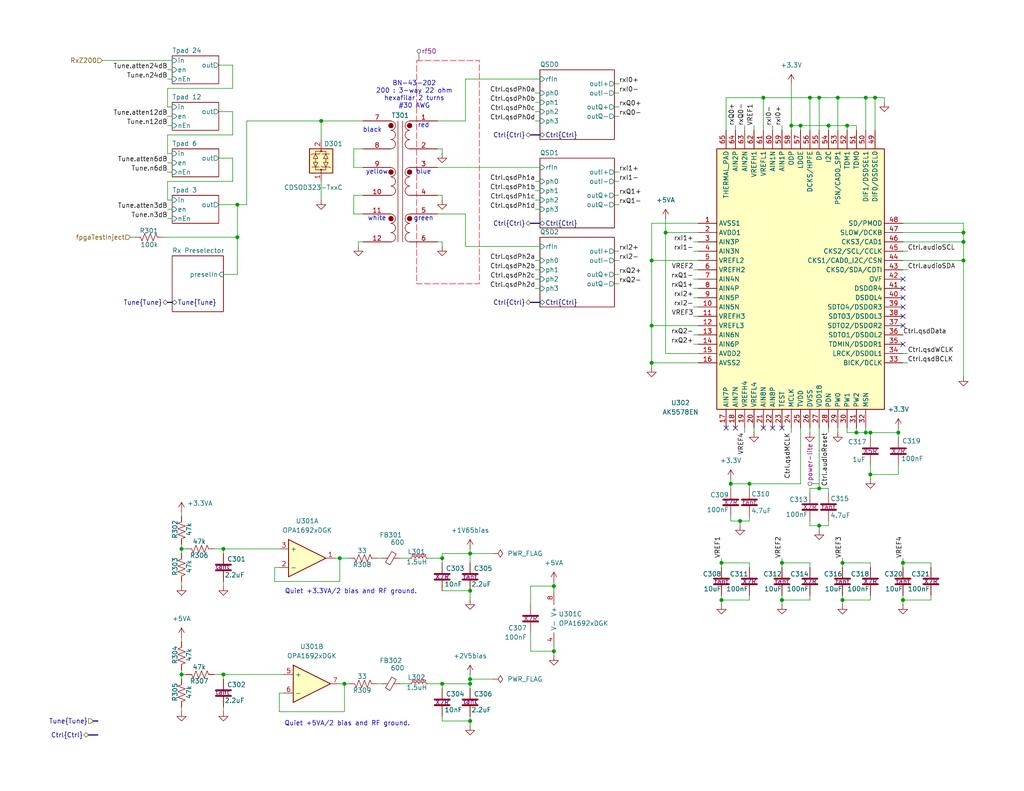
<source format=kicad_sch>
(kicad_sch (version 20250114) (generator "eeschema") (generator_version "9.0")
  (paper "USLetter")
  (title_block (title "Rx Front End") (date "2025-10-13") (company "WB7NAB") (comment 1 "Alan Mimms"))
  (text "green" (at 115.57 59.69 0) (effects (font (size 1.27 1.27))))
  (text "black" (at 101.6 35.56 0) (effects (font (size 1.27 1.27))))
  (text "white" (at 102.87 59.69 0) (effects (font (size 1.27 1.27))))
  (text "Quiet +3.3VA/2 bias and RF ground." (at 95.758 161.544 0) (effects (font (size 1.27 1.27))))
  (text "blue" (at 115.57 46.99 0) (effects (font (size 1.27 1.27))))
  (text "yellow" (at 102.87 46.99 0) (effects (font (size 1.27 1.27))))
  (text "red" (at 115.57 34.29 0) (effects (font (size 1.27 1.27))))
  (text "BN-43-202\n200 : 3-way 22 ohm\nhexafilar 2 turns\n#30 AWG" (at 113.03 25.908 0) (effects (font (size 1.27 1.27))))
  (text "Quiet +5VA/2 bias and RF ground." (at 94.742 197.612 0) (effects (font (size 1.27 1.27))))
  (junction (at 208.28 26.67))
  (junction (at 177.8 71.12))
  (junction (at 128.27 185.42))
  (junction (at 128.27 186.69))
  (junction (at 231.14 34.29))
  (junction (at 213.36 153.67))
  (junction (at 228.6 26.67))
  (junction (at 215.9 34.29))
  (junction (at 128.27 196.85))
  (junction (at 213.36 163.83))
  (junction (at 151.13 177.8))
  (junction (at 229.87 163.83))
  (junction (at 196.85 163.83))
  (junction (at 246.38 153.67))
  (junction (at 223.52 143.51))
  (junction (at 120.65 186.69))
  (junction (at 262.89 66.04))
  (junction (at 49.53 184.15))
  (junction (at 151.13 160.02))
  (junction (at 233.68 118.11))
  (junction (at 237.49 118.11))
  (junction (at 177.8 99.06))
  (junction (at 177.8 88.9))
  (junction (at 262.89 71.12))
  (junction (at 199.39 132.08))
  (junction (at 204.47 132.08))
  (junction (at 220.98 26.67))
  (junction (at 93.98 186.69))
  (junction (at 246.38 163.83))
  (junction (at 245.11 118.11))
  (junction (at 60.96 184.15))
  (junction (at 262.89 63.5))
  (junction (at 64.77 55.88))
  (junction (at 64.77 64.77))
  (junction (at 201.93 142.24))
  (junction (at 223.52 26.67))
  (junction (at 238.76 26.67))
  (junction (at 226.06 34.29))
  (junction (at 87.63 33.02))
  (junction (at 49.53 149.86))
  (junction (at 60.96 149.86))
  (junction (at 229.87 153.67))
  (junction (at 128.27 161.29))
  (junction (at 120.65 152.4))
  (junction (at 237.49 129.54))
  (junction (at 196.85 153.67))
  (junction (at 181.61 63.5))
  (junction (at 218.44 34.29))
  (junction (at 236.22 118.11))
  (junction (at 92.71 152.4))
  (junction (at 223.52 133.35))
  (junction (at 128.27 151.13))
  (junction (at 236.22 26.67))
  (no_connect (at 208.28 116.84))
  (no_connect (at 210.82 116.84))
  (no_connect (at 246.38 86.36))
  (no_connect (at 213.36 116.84))
  (no_connect (at 246.38 83.82))
  (no_connect (at 246.38 93.98))
  (no_connect (at 246.38 78.74))
  (no_connect (at 246.38 76.2))
  (no_connect (at 246.38 88.9))
  (no_connect (at 200.66 116.84))
  (no_connect (at 198.12 116.84))
  (no_connect (at 246.38 81.28))
  (wire (pts (xy 246.38 73.66) (xy 247.65 73.66)))
  (wire (pts (xy 167.64 77.47) (xy 168.91 77.47)))
  (wire (pts (xy 262.89 60.96) (xy 262.89 63.5)))
  (wire (pts (xy 245.11 118.11) (xy 237.49 118.11)))
  (wire (pts (xy 120.65 40.64) (xy 120.65 41.91)))
  (wire (pts (xy 49.53 149.86) (xy 49.53 151.13)))
  (wire (pts (xy 167.64 71.12) (xy 168.91 71.12)))
  (wire (pts (xy 226.06 143.51) (xy 223.52 143.51)))
  (wire (pts (xy 128.27 187.96) (xy 128.27 186.69)))
  (wire (pts (xy 144.78 165.1) (xy 144.78 160.02)))
  (wire (pts (xy 233.68 116.84) (xy 233.68 118.11)))
  (wire (pts (xy 208.28 26.67) (xy 198.12 26.67)))
  (wire (pts (xy 215.9 22.86) (xy 215.9 34.29)))
  (wire (pts (xy 49.53 193.04) (xy 49.53 194.31)))
  (wire (pts (xy 241.3 26.67) (xy 238.76 26.67)))
  (wire (pts (xy 233.68 34.29) (xy 231.14 34.29)))
  (wire (pts (xy 199.39 130.81) (xy 199.39 132.08)))
  (wire (pts (xy 198.12 26.67) (xy 198.12 35.56)))
  (wire (pts (xy 146.05 33.02) (xy 147.32 33.02)))
  (wire (pts (xy 220.98 143.51) (xy 220.98 142.24)))
  (wire (pts (xy 146.05 54.61) (xy 147.32 54.61)))
  (wire (pts (xy 63.5 24.13) (xy 45.72 24.13)))
  (wire (pts (xy 205.74 34.29) (xy 205.74 35.56)))
  (wire (pts (xy 167.64 22.86) (xy 168.91 22.86)))
  (wire (pts (xy 181.61 96.52) (xy 181.61 63.5)))
  (wire (pts (xy 99.06 40.64) (xy 96.52 40.64)))
  (wire (pts (xy 231.14 118.11) (xy 233.68 118.11)))
  (wire (pts (xy 45.72 19.05) (xy 46.99 19.05)))
  (wire (pts (xy 238.76 35.56) (xy 238.76 26.67)))
  (wire (pts (xy 233.68 35.56) (xy 233.68 34.29)))
  (wire (pts (xy 189.23 66.04) (xy 190.5 66.04)))
  (wire (pts (xy 196.85 163.83) (xy 204.47 163.83)))
  (wire (pts (xy 49.53 139.7) (xy 49.53 140.97)))
  (wire (pts (xy 246.38 163.83) (xy 254 163.83)))
  (wire (pts (xy 146.05 71.12) (xy 147.32 71.12)))
  (wire (pts (xy 246.38 60.96) (xy 262.89 60.96)))
  (wire (pts (xy 226.06 142.24) (xy 226.06 143.51)))
  (wire (pts (xy 146.05 78.74) (xy 147.32 78.74)))
  (wire (pts (xy 189.23 78.74) (xy 190.5 78.74)))
  (wire (pts (xy 87.63 33.02) (xy 99.06 33.02)))
  (wire (pts (xy 210.82 34.29) (xy 210.82 35.56)))
  (wire (pts (xy 181.61 63.5) (xy 181.61 59.69)))
  (wire (pts (xy 128.27 153.67) (xy 128.27 151.13)))
  (wire (pts (xy 236.22 26.67) (xy 228.6 26.67)))
  (wire (pts (xy 128.27 184.15) (xy 128.27 185.42)))
  (wire (pts (xy 228.6 116.84) (xy 228.6 118.11)))
  (wire (pts (xy 128.27 149.86) (xy 128.27 151.13)))
  (wire (pts (xy 190.5 71.12) (xy 177.8 71.12)))
  (wire (pts (xy 60.96 184.15) (xy 77.47 184.15)))
  (wire (pts (xy 64.77 55.88) (xy 64.77 64.77)))
  (wire (pts (xy 45.72 41.91) (xy 46.99 41.91)))
  (wire (pts (xy 196.85 152.4) (xy 196.85 153.67)))
  (wire (pts (xy 128.27 186.69) (xy 120.65 186.69)))
  (wire (pts (xy 213.36 153.67) (xy 220.98 153.67)))
  (wire (pts (xy 45.72 34.29) (xy 46.99 34.29)))
  (wire (pts (xy 167.64 68.58) (xy 168.91 68.58)))
  (wire (pts (xy 119.38 66.04) (xy 120.65 66.04)))
  (wire (pts (xy 226.06 34.29) (xy 231.14 34.29)))
  (wire (pts (xy 45.72 59.69) (xy 46.99 59.69)))
  (wire (pts (xy 236.22 116.84) (xy 236.22 118.11)))
  (wire (pts (xy 119.38 40.64) (xy 120.65 40.64)))
  (wire (pts (xy 151.13 176.53) (xy 151.13 177.8)))
  (wire (pts (xy 146.05 25.4) (xy 147.32 25.4)))
  (wire (pts (xy 223.52 133.35) (xy 220.98 133.35)))
  (wire (pts (xy 49.53 158.75) (xy 49.53 160.02)))
  (wire (pts (xy 167.64 29.21) (xy 168.91 29.21)))
  (wire (pts (xy 59.69 55.88) (xy 64.77 55.88)))
  (wire (pts (xy 246.38 71.12) (xy 262.89 71.12)))
  (wire (pts (xy 128.27 195.58) (xy 128.27 196.85)))
  (wire (pts (xy 74.93 154.94) (xy 76.2 154.94)))
  (wire (pts (xy 99.06 66.04) (xy 97.79 66.04)))
  (wire (pts (xy 218.44 116.84) (xy 218.44 132.08)))
  (wire (pts (xy 144.78 177.8) (xy 151.13 177.8)))
  (wire (pts (xy 63.5 49.53) (xy 45.72 49.53)))
  (wire (pts (xy 102.87 186.69) (xy 104.14 186.69)))
  (wire (pts (xy 119.38 45.72) (xy 147.32 45.72)))
  (wire (pts (xy 45.72 31.75) (xy 46.99 31.75)))
  (wire (pts (xy 60.96 158.75) (xy 60.96 160.02)))
  (wire (pts (xy 58.42 149.86) (xy 60.96 149.86)))
  (wire (pts (xy 99.06 53.34) (xy 96.52 53.34)))
  (wire (pts (xy 93.98 194.31) (xy 93.98 186.69)))
  (wire (pts (xy 119.38 58.42) (xy 127 58.42)))
  (wire (pts (xy 220.98 26.67) (xy 208.28 26.67)))
  (wire (pts (xy 213.36 153.67) (xy 213.36 154.94)))
  (wire (pts (xy 199.39 132.08) (xy 204.47 132.08)))
  (wire (pts (xy 196.85 162.56) (xy 196.85 163.83)))
  (wire (pts (xy 120.65 153.67) (xy 120.65 152.4)))
  (wire (pts (xy 59.69 17.78) (xy 63.5 17.78)))
  (wire (pts (xy 67.31 33.02) (xy 87.63 33.02)))
  (wire (pts (xy 102.87 152.4) (xy 104.14 152.4)))
  (wire (pts (xy 204.47 153.67) (xy 204.47 154.94)))
  (wire (pts (xy 204.47 140.97) (xy 204.47 142.24)))
  (wire (pts (xy 120.65 195.58) (xy 120.65 196.85)))
  (wire (pts (xy 189.23 81.28) (xy 190.5 81.28)))
  (wire (pts (xy 215.9 116.84) (xy 215.9 118.11)))
  (wire (pts (xy 64.77 64.77) (xy 64.77 74.93)))
  (wire (pts (xy 59.69 43.18) (xy 63.5 43.18)))
  (wire (pts (xy 237.49 118.11) (xy 237.49 119.38)))
  (wire (pts (xy 246.38 153.67) (xy 246.38 154.94)))
  (wire (pts (xy 87.63 33.02) (xy 87.63 38.1)))
  (wire (pts (xy 218.44 132.08) (xy 204.47 132.08)))
  (wire (pts (xy 246.38 63.5) (xy 262.89 63.5)))
  (wire (pts (xy 60.96 193.04) (xy 60.96 194.31)))
  (wire (pts (xy 167.64 74.93) (xy 168.91 74.93)))
  (wire (pts (xy 238.76 26.67) (xy 236.22 26.67)))
  (wire (pts (xy 127 33.02) (xy 127 21.59)))
  (wire (pts (xy 63.5 43.18) (xy 63.5 49.53)))
  (wire (pts (xy 236.22 26.67) (xy 236.22 35.56)))
  (wire (pts (xy 60.96 149.86) (xy 76.2 149.86)))
  (wire (pts (xy 237.49 153.67) (xy 237.49 154.94)))
  (wire (pts (xy 167.64 46.99) (xy 168.91 46.99)))
  (wire (pts (xy 229.87 163.83) (xy 237.49 163.83)))
  (wire (pts (xy 60.96 74.93) (xy 64.77 74.93)))
  (wire (pts (xy 92.71 152.4) (xy 95.25 152.4)))
  (wire (pts (xy 76.2 189.23) (xy 76.2 194.31)))
  (wire (pts (xy 189.23 93.98) (xy 190.5 93.98)))
  (wire (pts (xy 116.84 152.4) (xy 120.65 152.4)))
  (wire (pts (xy 120.65 187.96) (xy 120.65 186.69)))
  (wire (pts (xy 45.72 54.61) (xy 46.99 54.61)))
  (wire (pts (xy 181.61 63.5) (xy 190.5 63.5)))
  (bus (pts (xy 144.78 36.83) (xy 147.32 36.83)))
  (wire (pts (xy 128.27 196.85) (xy 120.65 196.85)))
  (wire (pts (xy 128.27 151.13) (xy 120.65 151.13)))
  (wire (pts (xy 144.78 160.02) (xy 151.13 160.02)))
  (wire (pts (xy 201.93 142.24) (xy 199.39 142.24)))
  (wire (pts (xy 220.98 162.56) (xy 220.98 163.83)))
  (wire (pts (xy 246.38 99.06) (xy 247.65 99.06)))
  (wire (pts (xy 167.64 49.53) (xy 168.91 49.53)))
  (wire (pts (xy 177.8 88.9) (xy 177.8 99.06)))
  (wire (pts (xy 128.27 163.83) (xy 128.27 161.29)))
  (wire (pts (xy 231.14 35.56) (xy 231.14 34.29)))
  (wire (pts (xy 96.52 58.42) (xy 99.06 58.42)))
  (wire (pts (xy 49.53 184.15) (xy 50.8 184.15)))
  (wire (pts (xy 96.52 45.72) (xy 99.06 45.72)))
  (wire (pts (xy 59.69 30.48) (xy 63.5 30.48)))
  (wire (pts (xy 120.65 66.04) (xy 120.65 67.31)))
  (bus (pts (xy 144.78 82.55) (xy 147.32 82.55)))
  (wire (pts (xy 128.27 185.42) (xy 128.27 186.69)))
  (wire (pts (xy 96.52 53.34) (xy 96.52 58.42)))
  (wire (pts (xy 76.2 194.31) (xy 93.98 194.31)))
  (wire (pts (xy 49.53 184.15) (xy 49.53 185.42)))
  (wire (pts (xy 63.5 17.78) (xy 63.5 24.13)))
  (wire (pts (xy 146.05 52.07) (xy 147.32 52.07)))
  (wire (pts (xy 226.06 34.29) (xy 226.06 35.56)))
  (wire (pts (xy 229.87 163.83) (xy 229.87 165.1)))
  (wire (pts (xy 229.87 162.56) (xy 229.87 163.83)))
  (wire (pts (xy 77.47 189.23) (xy 76.2 189.23)))
  (wire (pts (xy 237.49 127) (xy 237.49 129.54)))
  (wire (pts (xy 231.14 116.84) (xy 231.14 118.11)))
  (wire (pts (xy 226.06 133.35) (xy 223.52 133.35)))
  (wire (pts (xy 27.94 16.51) (xy 46.99 16.51)))
  (wire (pts (xy 120.65 53.34) (xy 120.65 54.61)))
  (wire (pts (xy 181.61 96.52) (xy 190.5 96.52)))
  (wire (pts (xy 245.11 116.84) (xy 245.11 118.11)))
  (wire (pts (xy 49.53 149.86) (xy 50.8 149.86)))
  (wire (pts (xy 67.31 33.02) (xy 67.31 55.88)))
  (wire (pts (xy 63.5 30.48) (xy 63.5 36.83)))
  (wire (pts (xy 92.71 152.4) (xy 92.71 158.75)))
  (wire (pts (xy 213.36 162.56) (xy 213.36 163.83)))
  (wire (pts (xy 218.44 34.29) (xy 226.06 34.29)))
  (wire (pts (xy 237.49 118.11) (xy 236.22 118.11)))
  (wire (pts (xy 167.64 25.4) (xy 168.91 25.4)))
  (wire (pts (xy 213.36 152.4) (xy 213.36 153.67)))
  (wire (pts (xy 241.3 27.94) (xy 241.3 26.67)))
  (wire (pts (xy 127 67.31) (xy 127 58.42)))
  (wire (pts (xy 189.23 83.82) (xy 190.5 83.82)))
  (wire (pts (xy 246.38 162.56) (xy 246.38 163.83)))
  (wire (pts (xy 237.49 129.54) (xy 245.11 129.54)))
  (wire (pts (xy 144.78 172.72) (xy 144.78 177.8)))
  (wire (pts (xy 190.5 99.06) (xy 177.8 99.06)))
  (wire (pts (xy 45.72 21.59) (xy 46.99 21.59)))
  (wire (pts (xy 177.8 88.9) (xy 190.5 88.9)))
  (wire (pts (xy 237.49 162.56) (xy 237.49 163.83)))
  (wire (pts (xy 97.79 66.04) (xy 97.79 67.31)))
  (wire (pts (xy 229.87 153.67) (xy 237.49 153.67)))
  (wire (pts (xy 93.98 186.69) (xy 95.25 186.69)))
  (wire (pts (xy 213.36 163.83) (xy 220.98 163.83)))
  (wire (pts (xy 220.98 133.35) (xy 220.98 134.62)))
  (wire (pts (xy 223.52 143.51) (xy 220.98 143.51)))
  (wire (pts (xy 196.85 153.67) (xy 204.47 153.67)))
  (wire (pts (xy 233.68 118.11) (xy 236.22 118.11)))
  (wire (pts (xy 237.49 129.54) (xy 237.49 130.81)))
  (wire (pts (xy 146.05 57.15) (xy 147.32 57.15)))
  (wire (pts (xy 262.89 71.12) (xy 262.89 102.87)))
  (wire (pts (xy 151.13 158.75) (xy 151.13 160.02)))
  (wire (pts (xy 213.36 34.29) (xy 213.36 35.56)))
  (wire (pts (xy 189.23 86.36) (xy 190.5 86.36)))
  (wire (pts (xy 246.38 152.4) (xy 246.38 153.67)))
  (wire (pts (xy 226.06 116.84) (xy 226.06 118.11)))
  (wire (pts (xy 146.05 27.94) (xy 147.32 27.94)))
  (wire (pts (xy 189.23 91.44) (xy 190.5 91.44)))
  (wire (pts (xy 151.13 177.8) (xy 151.13 179.07)))
  (wire (pts (xy 167.64 55.88) (xy 168.91 55.88)))
  (wire (pts (xy 116.84 186.69) (xy 120.65 186.69)))
  (wire (pts (xy 246.38 66.04) (xy 262.89 66.04)))
  (wire (pts (xy 208.28 35.56) (xy 208.28 26.67)))
  (wire (pts (xy 146.05 76.2) (xy 147.32 76.2)))
  (wire (pts (xy 35.56 64.77) (xy 36.83 64.77)))
  (wire (pts (xy 45.72 49.53) (xy 45.72 54.61)))
  (wire (pts (xy 246.38 163.83) (xy 246.38 165.1)))
  (wire (pts (xy 49.53 182.88) (xy 49.53 184.15)))
  (wire (pts (xy 109.22 152.4) (xy 111.76 152.4)))
  (wire (pts (xy 177.8 99.06) (xy 177.8 100.33)))
  (wire (pts (xy 45.72 29.21) (xy 46.99 29.21)))
  (wire (pts (xy 91.44 152.4) (xy 92.71 152.4)))
  (wire (pts (xy 128.27 198.12) (xy 128.27 196.85)))
  (wire (pts (xy 45.72 57.15) (xy 46.99 57.15)))
  (wire (pts (xy 177.8 60.96) (xy 190.5 60.96)))
  (wire (pts (xy 189.23 76.2) (xy 190.5 76.2)))
  (bus (pts (xy 24.13 200.66) (xy 26.67 200.66)))
  (wire (pts (xy 220.98 26.67) (xy 220.98 35.56)))
  (wire (pts (xy 246.38 68.58) (xy 247.65 68.58)))
  (wire (pts (xy 177.8 71.12) (xy 177.8 88.9)))
  (wire (pts (xy 63.5 36.83) (xy 45.72 36.83)))
  (wire (pts (xy 58.42 184.15) (xy 60.96 184.15)))
  (wire (pts (xy 128.27 151.13) (xy 134.62 151.13)))
  (wire (pts (xy 199.39 142.24) (xy 199.39 140.97)))
  (wire (pts (xy 229.87 152.4) (xy 229.87 153.67)))
  (wire (pts (xy 223.52 116.84) (xy 223.52 133.35)))
  (wire (pts (xy 60.96 149.86) (xy 60.96 151.13)))
  (wire (pts (xy 45.72 36.83) (xy 45.72 41.91)))
  (wire (pts (xy 220.98 153.67) (xy 220.98 154.94)))
  (bus (pts (xy 144.78 60.96) (xy 147.32 60.96)))
  (wire (pts (xy 215.9 34.29) (xy 218.44 34.29)))
  (wire (pts (xy 44.45 64.77) (xy 64.77 64.77)))
  (wire (pts (xy 128.27 185.42) (xy 134.62 185.42)))
  (wire (pts (xy 120.65 152.4) (xy 120.65 151.13)))
  (wire (pts (xy 215.9 34.29) (xy 215.9 35.56)))
  (wire (pts (xy 119.38 53.34) (xy 120.65 53.34)))
  (wire (pts (xy 229.87 153.67) (xy 229.87 154.94)))
  (wire (pts (xy 254 162.56) (xy 254 163.83)))
  (wire (pts (xy 49.53 173.99) (xy 49.53 175.26)))
  (wire (pts (xy 189.23 68.58) (xy 190.5 68.58)))
  (bus (pts (xy 25.4 196.85) (xy 26.67 196.85)))
  (wire (pts (xy 167.64 53.34) (xy 168.91 53.34)))
  (wire (pts (xy 223.52 26.67) (xy 223.52 35.56)))
  (wire (pts (xy 226.06 134.62) (xy 226.06 133.35)))
  (wire (pts (xy 203.2 34.29) (xy 203.2 35.56)))
  (wire (pts (xy 119.38 33.02) (xy 127 33.02)))
  (wire (pts (xy 146.05 30.48) (xy 147.32 30.48)))
  (wire (pts (xy 223.52 144.78) (xy 223.52 143.51)))
  (wire (pts (xy 220.98 116.84) (xy 220.98 118.11)))
  (wire (pts (xy 246.38 153.67) (xy 254 153.67)))
  (wire (pts (xy 92.71 158.75) (xy 74.93 158.75)))
  (wire (pts (xy 196.85 153.67) (xy 196.85 154.94)))
  (wire (pts (xy 109.22 186.69) (xy 111.76 186.69)))
  (wire (pts (xy 262.89 66.04) (xy 262.89 71.12)))
  (wire (pts (xy 196.85 163.83) (xy 196.85 165.1)))
  (wire (pts (xy 74.93 158.75) (xy 74.93 154.94)))
  (wire (pts (xy 177.8 60.96) (xy 177.8 71.12)))
  (wire (pts (xy 151.13 160.02) (xy 151.13 161.29)))
  (wire (pts (xy 246.38 96.52) (xy 247.65 96.52)))
  (wire (pts (xy 204.47 133.35) (xy 204.47 132.08)))
  (wire (pts (xy 127 21.59) (xy 147.32 21.59)))
  (wire (pts (xy 205.74 116.84) (xy 205.74 118.11)))
  (wire (pts (xy 128.27 161.29) (xy 120.65 161.29)))
  (wire (pts (xy 45.72 46.99) (xy 46.99 46.99)))
  (wire (pts (xy 87.63 49.53) (xy 87.63 54.61)))
  (wire (pts (xy 146.05 49.53) (xy 147.32 49.53)))
  (wire (pts (xy 254 153.67) (xy 254 154.94)))
  (wire (pts (xy 45.72 44.45) (xy 46.99 44.45)))
  (wire (pts (xy 204.47 142.24) (xy 201.93 142.24)))
  (wire (pts (xy 127 67.31) (xy 147.32 67.31)))
  (wire (pts (xy 45.72 24.13) (xy 45.72 29.21)))
  (wire (pts (xy 200.66 34.29) (xy 200.66 35.56)))
  (wire (pts (xy 245.11 118.11) (xy 245.11 119.38)))
  (wire (pts (xy 67.31 55.88) (xy 64.77 55.88)))
  (wire (pts (xy 146.05 73.66) (xy 147.32 73.66)))
  (wire (pts (xy 204.47 162.56) (xy 204.47 163.83)))
  (wire (pts (xy 201.93 143.51) (xy 201.93 142.24)))
  (wire (pts (xy 228.6 26.67) (xy 228.6 35.56)))
  (wire (pts (xy 49.53 149.86) (xy 49.53 148.59)))
  (wire (pts (xy 223.52 26.67) (xy 228.6 26.67)))
  (bus (pts (xy 45.72 82.55) (xy 46.99 82.55)))
  (wire (pts (xy 60.96 184.15) (xy 60.96 185.42)))
  (wire (pts (xy 199.39 132.08) (xy 199.39 133.35)))
  (wire (pts (xy 96.52 40.64) (xy 96.52 45.72)))
  (wire (pts (xy 218.44 34.29) (xy 218.44 35.56)))
  (wire (pts (xy 220.98 26.67) (xy 223.52 26.67)))
  (wire (pts (xy 189.23 73.66) (xy 190.5 73.66)))
  (wire (pts (xy 167.64 31.75) (xy 168.91 31.75)))
  (wire (pts (xy 245.11 129.54) (xy 245.11 127)))
  (wire (pts (xy 93.98 186.69) (xy 92.71 186.69)))
  (wire (pts (xy 262.89 63.5) (xy 262.89 66.04)))
  (wire (pts (xy 203.2 116.84) (xy 203.2 118.11)))
  (wire (pts (xy 213.36 163.83) (xy 213.36 165.1)))
  (label "rxI1+" (at 189.23 66.04 180))
  (label "rxQ2-" (at 189.23 91.44 180))
  (label "Ctrl.qsdPh0a" (at 146.05 25.4 180))
  (label "Ctrl.audioSCL" (at 247.65 68.58 0))
  (label "Tune.atten3dB" (at 45.72 57.15 180))
  (label "rxQ2-" (at 168.91 77.47 0))
  (label "Tune.n6dB" (at 45.72 46.99 180))
  (label "VREF1" (at 205.74 34.29 90))
  (label "Ctrl.qsdPh1b" (at 146.05 52.07 180))
  (label "rxQ0+" (at 168.91 29.21 0))
  (label "rxI2-" (at 189.23 83.82 180))
  (label "VREF3" (at 229.87 152.4 90))
  (label "Ctrl.audioReset" (at 226.06 118.11 270))
  (label "Tune.atten12dB" (at 45.72 31.75 180))
  (label "Tune.n12dB" (at 45.72 34.29 180))
  (label "Tune.atten24dB" (at 45.72 19.05 180))
  (label "Tune.n24dB" (at 45.72 21.59 180))
  (label "Ctrl.qsdPh1d" (at 146.05 57.15 180))
  (label "VREF2" (at 189.23 73.66 180))
  (label "rxQ0-" (at 168.91 31.75 0))
  (label "rxI2+" (at 168.91 68.58 0))
  (label "VREF4" (at 246.38 152.4 90))
  (label "rxI1-" (at 168.91 49.53 0))
  (label "Ctrl.qsdMCLK" (at 215.9 118.11 270))
  (label "Ctrl.qsdPh2a" (at 146.05 71.12 180))
  (label "Ctrl.qsdPh0d" (at 146.05 33.02 180))
  (label "Ctrl.qsdBCLK" (at 247.65 99.06 0))
  (label "Tune.n3dB" (at 45.72 59.69 180))
  (label "rxI0+" (at 213.36 34.29 90))
  (label "Tune.atten6dB" (at 45.72 44.45 180))
  (label "Ctrl.qsdPh2d" (at 146.05 78.74 180))
  (label "rxI1-" (at 189.23 68.58 180))
  (label "rxI1+" (at 168.91 46.99 0))
  (label "rxI0+" (at 168.91 22.86 0))
  (label "Ctrl.qsdData" (at 246.38 91.44 0))
  (label "rxI2-" (at 168.91 71.12 0))
  (label "VREF3" (at 189.23 86.36 180))
  (label "Ctrl.qsdPh0b" (at 146.05 27.94 180))
  (label "VREF2" (at 213.36 152.4 90))
  (label "rxQ0-" (at 203.2 34.29 90))
  (label "Ctrl.qsdPh1a" (at 146.05 49.53 180))
  (label "rxQ2+" (at 189.23 93.98 180))
  (label "rxQ1+" (at 168.91 53.34 0))
  (label "VREF4" (at 203.2 118.11 270))
  (label "rxQ2+" (at 168.91 74.93 0))
  (label "rxI2+" (at 189.23 81.28 180))
  (label "rxQ1+" (at 189.23 78.74 180))
  (label "rxI0-" (at 210.82 34.29 90))
  (label "rxI0-" (at 168.91 25.4 0))
  (label "rxQ1-" (at 189.23 76.2 180))
  (label "Ctrl.audioSDA" (at 247.65 73.66 0))
  (label "VREF1" (at 196.85 152.4 90))
  (label "Ctrl.qsdPh0c" (at 146.05 30.48 180))
  (label "Ctrl.qsdPh2b" (at 146.05 73.66 180))
  (label "Ctrl.qsdWCLK" (at 247.65 96.52 0))
  (label "Ctrl.qsdPh1c" (at 146.05 54.61 180))
  (label "rxQ0+" (at 200.66 34.29 90))
  (label "rxQ1-" (at 168.91 55.88 0))
  (label "Ctrl.qsdPh2c" (at 146.05 76.2 180))
  (hierarchical_label "Ctrl{Ctrl}" (shape bidirectional) (at 144.78 60.96 180))
  (hierarchical_label "Ctrl{Ctrl}" (shape bidirectional) (at 144.78 36.83 180))
  (hierarchical_label "Tune{Tune}" (shape input) (at 25.4 196.85 180))
  (hierarchical_label "fpgaTestInject" (shape input) (at 35.56 64.77 180))
  (hierarchical_label "RxZ200" (shape input) (at 27.94 16.51 180))
  (hierarchical_label "Ctrl{Ctrl}" (shape bidirectional) (at 24.13 200.66 180))
  (hierarchical_label "Tune{Tune}" (shape bidirectional) (at 45.72 82.55 180))
  (hierarchical_label "Ctrl{Ctrl}" (shape bidirectional) (at 144.78 82.55 180))
  (rule_area (polyline (pts (xy 113.665 16.51) (xy 130.81 16.51) (xy 130.81 77.47) (xy 113.665 77.47)) (stroke (width 0) (type dash))))
  (netclass_flag "" (length 2.54) (shape round) (at 223.52 132.08 90) (property "Netclass" "power-lite" (at 220.98 131.3815 90) (effects (justify left))))
  (netclass_flag "" (length 2.54) (shape round) (at 114.3 16.51 0) (property "Netclass" "rf50" (at 114.9985 13.97 0) (effects (justify left))))
  (symbol (lib_id "power:GND") (at 213.36 165.1 0) (unit 1)
    (property "Reference" "#PWR0324" (effects (hide yes)))
    (property "Value" "GND" (effects (hide yes)))
    (property "Description" "Power symbol creates a global label with name \"GND\" , ground" (effects (hide yes)))
  )
  (symbol (lib_id "power:GND") (at 151.13 179.07 0) (unit 1)
    (property "Reference" "#PWR0317" (effects (hide yes)))
    (property "Value" "GND" (effects (hide yes)))
    (property "Description" "Power symbol creates a global label with name \"GND\" , ground" (effects (hide yes)))
  )
  (symbol (lib_id "Device:C") (at 246.38 158.75 0) (mirror y) (unit 1)
    (property "Reference" "C320" (at 246.38 156.718 0) (effects (justify left)))
    (property "Value" "10uF" (at 246.38 160.782 0) (effects (justify left)))
    (property "Footprint" "Capacitor_SMD:C_0805_2012Metric" (effects (hide yes)))
    (property "Description" "Unpolarized capacitor" (effects (hide yes)))
    (property "cap-type" "tant" (at 246.38 158.75 0))
    (property "working-voltage" "50V" (effects (hide yes)))
    (property "Manufacturer_Name" "Kyocera AVX" (effects (hide yes)))
    (property "Manufacturer_Part_Number" "TAJD106K050RNJ" (effects (hide yes)))
    (property "Mouser Part Number" "581-TAJD106K050R" (effects (hide yes)))
  )
  (symbol (lib_id "power:GND") (at 228.6 118.11 0) (unit 1)
    (property "Reference" "#PWR0328" (effects (hide yes)))
    (property "Value" "GND" (effects (hide yes)))
    (property "Description" "Power symbol creates a global label with name \"GND\" , ground" (effects (hide yes)))
  )
  (symbol (lib_id "power:GND") (at 177.8 100.33 0) (unit 1)
    (property "Reference" "#PWR0318" (effects (hide yes)))
    (property "Value" "GND" (effects (hide yes)))
    (property "Description" "Power symbol creates a global label with name \"GND\" , ground" (effects (hide yes)))
  )
  (symbol (lib_id "power:GND") (at 60.96 160.02 0) (unit 1)
    (property "Reference" "#PWR0305" (effects (hide yes)))
    (property "Value" "GND" (effects (hide yes)))
    (property "Description" "Power symbol creates a global label with name \"GND\" , ground" (effects (hide yes)))
  )
  (symbol (lib_id "Amplifier_Operational:OPA1692xDGK") (at 85.09 186.69 0) (unit 2)
    (property "Reference" "U301" (at 85.09 176.53 0))
    (property "Value" "OPA1692xDGK" (at 85.09 179.07 0))
    (property "Footprint" "Package_SO:VSSOP-8_3x3mm_P0.65mm" (effects (hide yes)))
    (property "Datasheet" "https://www.ti.com/lit/ds/symlink/opa1692.pdf" (effects (hide yes)))
    (property "Description" "Dual SoundPlus Low Power, Low Noise & Low Distortion Audio Operational Amplifiers, VSSOP-8" (effects (hide yes)))
  )
  (symbol (lib_id "Library:CDSOD323-TxxC") (at 87.63 43.815 0) (unit 1)
    (property "Reference" "D301" (at 88.392 39.243 0) (effects (justify left)))
    (property "Value" "CDSOD323-TxxC" (at 77.47 51.181 0) (effects (justify left)))
    (property "Footprint" "Diode_SMD:D_SOD-323" (effects (hide yes)))
    (property "Datasheet" "https://www.mouser.com/datasheet/3/40/1/cdsod323_txxc.pdf" (effects (hide yes)))
    (property "Description" "ESD Protection Diodes / TVS Diodes TVS Diode xx VOLT" (effects (hide yes)))
  )
  (symbol (lib_id "Device:C") (at 204.47 137.16 180) (unit 1)
    (property "Reference" "C310" (at 204.978 134.874 0) (effects (justify right)))
    (property "Value" "4.7uF" (at 204.978 139.446 0) (effects (justify right)))
    (property "Footprint" "Capacitor_SMD:C_0805_2012Metric" (effects (hide yes)))
    (property "Description" "Unpolarized capacitor" (effects (hide yes)))
    (property "working-voltage" "10V" (effects (hide yes)))
    (property "cap-type" "tant" (at 204.47 137.16 0))
    (property "Manufacturer_Name" "Vishay/Sprague" (effects (hide yes)))
    (property "Manufacturer_Part_Number" "298D475X9010M2T" (effects (hide yes)))
    (property "Mouser Part Number" "74-298D475X9010M2T" (effects (hide yes)))
  )
  (symbol (lib_id "power:+3.3V") (at 245.11 116.84 0) (unit 1)
    (property "Reference" "#PWR0332" (effects (hide yes)))
    (property "Value" "+3.3V" (at 245.11 111.76 0))
    (property "Description" "Power symbol creates a global label with name \"+3.3V\"" (effects (hide yes)))
  )
  (symbol (lib_id "Device:L_Ferrite_Small") (at 114.3 152.4 90) (unit 1)
    (property "Reference" "L301" (at 116.078 150.622 90) (effects (justify left)))
    (property "Value" "1.5uH" (at 116.586 153.416 90) (effects (justify left)))
    (property "Footprint" "Inductor_SMD:L_1210_3225Metric" (effects (hide yes)))
    (property "Description" "Inductor with ferrite core, small symbol" (effects (hide yes)))
    (property "MF" "TDK" (effects (hide yes)))
    (property "MP" "NLV32T-1R5J-EF" (effects (hide yes)))
    (property "Mouser-part-number" "810-NLV32T-1R5J-EF" (effects (hide yes)))
  )
  (symbol (lib_id "Amplifier_Operational:OPA1692xDGK") (at 153.67 168.91 0) (unit 3)
    (property "Reference" "U301" (at 152.4 167.6399 0) (effects (justify left)))
    (property "Value" "OPA1692xDGK" (at 152.4 170.1799 0) (effects (justify left)))
    (property "Footprint" "Package_SO:VSSOP-8_3x3mm_P0.65mm" (effects (hide yes)))
    (property "Datasheet" "https://www.ti.com/lit/ds/symlink/opa1692.pdf" (effects (hide yes)))
    (property "Description" "Dual SoundPlus Low Power, Low Noise & Low Distortion Audio Operational Amplifiers, VSSOP-8" (effects (hide yes)))
  )
  (symbol (lib_id "Library:AK5578EN") (at 190.5 60.96 0) (unit 1)
    (property "Reference" "U302" (at 185.674 109.982 0))
    (property "Value" "AK5578EN" (at 185.674 112.522 0))
    (property "Footprint" "Library:QFN50P900X900X100-65N" (effects (hide yes)))
    (property "Datasheet" "https://datasheet.datasheetarchive.com/originals/distributors/DKDS-11/203905.pdf" (effects (hide yes)))
    (property "Description" "PREMIUM ADC GEN3 32BIT 768KHZ 12" (effects (hide yes)))
    (property "Height" "1" (effects (hide yes)))
    (property "Mouser Part Number" "412-AK5578EN" (effects (hide yes)))
    (property "Mouser Price/Stock" "https://www.mouser.co.uk/ProductDetail/Asahi-Kasei-Microdevices/AK5578EN?qs=vvQtp7zwQdM7H1iCPGIZ0A%3D%3D" (effects (hide yes)))
    (property "Manufacturer_Name" "Asahi Kasei Microdevices" (effects (hide yes)))
    (property "Manufacturer_Part_Number" "AK5578EN" (effects (hide yes)))
  )
  (symbol (lib_id "power:GND") (at 246.38 165.1 0) (unit 1)
    (property "Reference" "#PWR0333" (effects (hide yes)))
    (property "Value" "GND" (effects (hide yes)))
    (property "Description" "Power symbol creates a global label with name \"GND\" , ground" (effects (hide yes)))
  )
  (symbol (lib_id "power:PWR_FLAG") (at 134.62 185.42 270) (unit 1)
    (property "Reference" "#FLG0302" (effects (hide yes)))
    (property "Value" "PWR_FLAG" (at 138.43 185.4199 90) (effects (justify left)))
    (property "Description" "Special symbol for telling ERC where power comes from" (effects (hide yes)))
  )
  (symbol (lib_id "power:GND") (at 120.65 41.91 0) (mirror y) (unit 1)
    (property "Reference" "#PWR0309" (effects (hide yes)))
    (property "Value" "GND" (effects (hide yes)))
    (property "Description" "Power symbol creates a global label with name \"GND\" , ground" (effects (hide yes)))
  )
  (symbol (lib_id "Device:R_US") (at 54.61 149.86 270) (mirror x) (unit 1)
    (property "Reference" "R306" (at 54.356 151.638 90))
    (property "Value" "47k" (at 54.356 147.828 90))
    (property "Footprint" "Resistor_SMD:R_0402_1005Metric" (effects (hide yes)))
    (property "Description" "Resistor, US symbol" (effects (hide yes)))
  )
  (symbol (lib_id "Device:C") (at 245.11 123.19 0) (unit 1)
    (property "Reference" "C319" (at 246.126 120.396 0) (effects (justify left)))
    (property "Value" "100nF" (at 245.872 125.222 0) (effects (justify left)))
    (property "Footprint" "Capacitor_SMD:C_0603_1608Metric" (effects (hide yes)))
    (property "Description" "Unpolarized capacitor" (effects (hide yes)))
    (property "cap-type" "X7R" (at 245.11 123.19 0))
    (property "working-voltage" "50V" (effects (hide yes)))
    (property "Manufacturer_Name" "Kemet" (effects (hide yes)))
    (property "Manufacturer_Part_Number" "C0805F104K1RACAUTO" (effects (hide yes)))
    (property "Mouser Part Number" "80-C0805F104K1RAUTO" (effects (hide yes)))
  )
  (symbol (lib_id "power:GND") (at 241.3 27.94 0) (unit 1)
    (property "Reference" "#PWR0331" (effects (hide yes)))
    (property "Value" "GND" (effects (hide yes)))
    (property "Description" "Power symbol creates a global label with name \"GND\" , ground" (effects (hide yes)))
  )
  (symbol (lib_id "Device:R_US") (at 99.06 152.4 270) (mirror x) (unit 1)
    (property "Reference" "R308" (at 98.806 154.178 90))
    (property "Value" "33" (at 98.806 150.368 90))
    (property "Footprint" "Resistor_SMD:R_0402_1005Metric" (effects (hide yes)))
    (property "Description" "Resistor, US symbol" (effects (hide yes)))
  )
  (symbol (lib_id "Device:R_US") (at 49.53 144.78 0) (mirror x) (unit 1)
    (property "Reference" "R302" (at 47.752 144.526 90))
    (property "Value" "47k" (at 51.562 144.526 90))
    (property "Footprint" "Resistor_SMD:R_0402_1005Metric" (effects (hide yes)))
    (property "Description" "Resistor, US symbol" (effects (hide yes)))
  )
  (symbol (lib_id "Device:C") (at 60.96 189.23 0) (mirror y) (unit 1)
    (property "Reference" "C302" (at 64.516 186.944 0))
    (property "Value" "2.2uF" (at 64.008 191.262 0))
    (property "Footprint" "Capacitor_SMD:C_0805_2012Metric" (effects (hide yes)))
    (property "Description" "Unpolarized capacitor" (effects (hide yes)))
    (property "cap-type" "tant" (at 60.706 188.976 0))
    (property "working-voltage" "20V" (effects (hide yes)))
    (property "Manufacturer_Name" "Vishay/Sprague" (effects (hide yes)))
    (property "Manufacturer_Part_Number" "TMCP1D225MTR2F" (effects (hide yes)))
    (property "Mouser Part Number" "74-TMCP1D225MTR2F" (effects (hide yes)))
  )
  (symbol (lib_id "power:GND") (at 237.49 130.81 0) (unit 1)
    (property "Reference" "#PWR0330" (effects (hide yes)))
    (property "Value" "GND" (effects (hide yes)))
    (property "Description" "Power symbol creates a global label with name \"GND\" , ground" (effects (hide yes)))
  )
  (symbol (lib_id "Device:R_US") (at 54.61 184.15 270) (mirror x) (unit 1)
    (property "Reference" "R307" (at 54.356 185.928 90))
    (property "Value" "47k" (at 54.356 182.118 90))
    (property "Footprint" "Resistor_SMD:R_0402_1005Metric" (effects (hide yes)))
    (property "Description" "Resistor, US symbol" (effects (hide yes)))
  )
  (symbol (lib_id "Device:C") (at 199.39 137.16 0) (mirror x) (unit 1)
    (property "Reference" "C309" (at 198.882 135.128 0) (effects (justify right)))
    (property "Value" "100nF" (at 198.882 139.192 0) (effects (justify right)))
    (property "Footprint" "Capacitor_SMD:C_0603_1608Metric" (effects (hide yes)))
    (property "Description" "Unpolarized capacitor" (effects (hide yes)))
    (property "cap-type" "X7R" (at 199.39 137.16 0))
    (property "working-voltage" "50V" (effects (hide yes)))
    (property "Manufacturer_Name" "Kemet" (effects (hide yes)))
    (property "Manufacturer_Part_Number" "C0805F104K1RACAUTO" (effects (hide yes)))
    (property "Mouser Part Number" "80-C0805F104K1RAUTO" (effects (hide yes)))
  )
  (symbol (lib_id "power:+3.3V") (at 49.53 139.7 0) (unit 1)
    (property "Reference" "#PWR0301" (effects (hide yes)))
    (property "Value" "+3.3VA" (at 51.054 137.414 0) (effects (justify left)))
    (property "Description" "Power symbol creates a global label with name \"+3.3V\"" (effects (hide yes)))
  )
  (symbol (lib_id "Device:C") (at 120.65 157.48 0) (mirror y) (unit 1)
    (property "Reference" "C303" (at 124.206 155.194 0))
    (property "Value" "10nF" (at 123.698 159.512 0))
    (property "Footprint" "Capacitor_SMD:C_0603_1608Metric" (effects (hide yes)))
    (property "Description" "Unpolarized capacitor" (effects (hide yes)))
    (property "cap-type" "X7R" (at 120.65 157.48 0))
    (property "Part Number" "GCM1885C2A103JE02J" (effects (hide yes)))
    (property "working-voltage" "25V" (effects (hide yes)))
    (property "Manufacturer_Name" "Murata" (effects (hide yes)))
    (property "Manufacturer_Part_Number" "GCM1885C2A103JE02J" (effects (hide yes)))
    (property "Mouser Part Number" "81-GCM1885C2A103JE2J " (effects (hide yes)))
  )
  (symbol (lib_id "Device:L_Ferrite_Small") (at 114.3 186.69 90) (unit 1)
    (property "Reference" "L302" (at 116.078 184.912 90) (effects (justify left)))
    (property "Value" "1.5uH" (at 116.586 187.706 90) (effects (justify left)))
    (property "Footprint" "Inductor_SMD:L_1210_3225Metric" (effects (hide yes)))
    (property "Description" "Inductor with ferrite core, small symbol" (effects (hide yes)))
    (property "MF" "TDK" (effects (hide yes)))
    (property "MP" "NLV32T-1R5J-EF" (effects (hide yes)))
    (property "Mouser-part-number" "810-NLV32T-1R5J-EF" (effects (hide yes)))
  )
  (symbol (lib_id "Device:C") (at 229.87 158.75 0) (mirror y) (unit 1)
    (property "Reference" "C316" (at 229.87 156.718 0) (effects (justify left)))
    (property "Value" "10uF" (at 229.87 160.782 0) (effects (justify left)))
    (property "Footprint" "Capacitor_SMD:C_0805_2012Metric" (effects (hide yes)))
    (property "Description" "Unpolarized capacitor" (effects (hide yes)))
    (property "cap-type" "tant" (at 229.87 158.75 0))
    (property "working-voltage" "50V" (effects (hide yes)))
    (property "Manufacturer_Name" "Kyocera AVX" (effects (hide yes)))
    (property "Manufacturer_Part_Number" "TAJD106K050RNJ" (effects (hide yes)))
    (property "Mouser Part Number" "581-TAJD106K050R" (effects (hide yes)))
  )
  (symbol (lib_id "power:GND") (at 196.85 165.1 0) (unit 1)
    (property "Reference" "#PWR0320" (effects (hide yes)))
    (property "Value" "GND" (effects (hide yes)))
    (property "Description" "Power symbol creates a global label with name \"GND\" , ground" (effects (hide yes)))
  )
  (symbol (lib_id "power:+5VA") (at 151.13 158.75 0) (unit 1)
    (property "Reference" "#PWR0316" (effects (hide yes)))
    (property "Value" "+5VA" (at 151.13 153.67 0))
    (property "Description" "Power symbol creates a global label with name \"+5VA\"" (effects (hide yes)))
  )
  (symbol (lib_id "power:+3.3V") (at 199.39 130.81 0) (unit 1)
    (property "Reference" "#PWR0321" (effects (hide yes)))
    (property "Value" "+3.3V" (at 199.39 125.73 0))
    (property "Description" "Power symbol creates a global label with name \"+3.3V\"" (effects (hide yes)))
  )
  (symbol (lib_id "Amplifier_Operational:OPA1692xDGK") (at 83.82 152.4 0) (unit 1)
    (property "Reference" "U301" (at 83.82 142.24 0))
    (property "Value" "OPA1692xDGK" (at 83.82 144.78 0))
    (property "Footprint" "Package_SO:VSSOP-8_3x3mm_P0.65mm" (effects (hide yes)))
    (property "Datasheet" "https://www.ti.com/lit/ds/symlink/opa1692.pdf" (effects (hide yes)))
    (property "Description" "Dual SoundPlus Low Power, Low Noise & Low Distortion Audio Operational Amplifiers, VSSOP-8" (effects (hide yes)))
  )
  (symbol (lib_id "Device:C") (at 220.98 158.75 0) (mirror y) (unit 1)
    (property "Reference" "C314" (at 220.726 156.718 0) (effects (justify left)))
    (property "Value" "100nF" (at 220.726 160.782 0) (effects (justify left)))
    (property "Footprint" "Capacitor_SMD:C_0603_1608Metric" (effects (hide yes)))
    (property "Description" "Unpolarized capacitor" (effects (hide yes)))
    (property "cap-type" "X7R" (at 220.98 158.75 0))
    (property "working-voltage" "50V" (effects (hide yes)))
    (property "Manufacturer_Name" "Kemet" (effects (hide yes)))
    (property "Manufacturer_Part_Number" "C0805F104K1RACAUTO" (effects (hide yes)))
    (property "Mouser Part Number" "80-C0805F104K1RAUTO" (effects (hide yes)))
  )
  (symbol (lib_id "power:GND") (at 229.87 165.1 0) (unit 1)
    (property "Reference" "#PWR0329" (effects (hide yes)))
    (property "Value" "GND" (effects (hide yes)))
    (property "Description" "Power symbol creates a global label with name \"GND\" , ground" (effects (hide yes)))
  )
  (symbol (lib_id "Device:C") (at 196.85 158.75 0) (mirror y) (unit 1)
    (property "Reference" "C308" (at 196.85 156.718 0) (effects (justify left)))
    (property "Value" "10uF" (at 196.85 160.782 0) (effects (justify left)))
    (property "Footprint" "Capacitor_SMD:C_0805_2012Metric" (effects (hide yes)))
    (property "Description" "Unpolarized capacitor" (effects (hide yes)))
    (property "cap-type" "tant" (at 196.85 158.75 0))
    (property "working-voltage" "50V" (effects (hide yes)))
    (property "Manufacturer_Name" "Kyocera AVX" (effects (hide yes)))
    (property "Manufacturer_Part_Number" "TAJD106K050RNJ" (effects (hide yes)))
    (property "Mouser Part Number" "581-TAJD106K050R" (effects (hide yes)))
  )
  (symbol (lib_id "Device:C") (at 226.06 138.43 180) (unit 1)
    (property "Reference" "C315" (at 226.568 136.144 0) (effects (justify right)))
    (property "Value" "4.7uF" (at 226.568 140.716 0) (effects (justify right)))
    (property "Footprint" "Capacitor_SMD:C_0805_2012Metric" (effects (hide yes)))
    (property "Description" "Unpolarized capacitor" (effects (hide yes)))
    (property "working-voltage" "10V" (effects (hide yes)))
    (property "cap-type" "tant" (at 226.06 138.43 0))
    (property "Manufacturer_Name" "Vishay/Sprague" (effects (hide yes)))
    (property "Manufacturer_Part_Number" "298D475X9010M2T" (effects (hide yes)))
    (property "Mouser Part Number" "74-298D475X9010M2T" (effects (hide yes)))
  )
  (symbol (lib_id "Device:R_US") (at 49.53 189.23 0) (mirror x) (unit 1)
    (property "Reference" "R305" (at 47.752 188.976 90))
    (property "Value" "47k" (at 51.562 188.976 90))
    (property "Footprint" "Resistor_SMD:R_0402_1005Metric" (effects (hide yes)))
    (property "Description" "Resistor, US symbol" (effects (hide yes)))
  )
  (symbol (lib_id "power:GND") (at 60.96 194.31 0) (unit 1)
    (property "Reference" "#PWR0306" (effects (hide yes)))
    (property "Value" "GND" (effects (hide yes)))
    (property "Description" "Power symbol creates a global label with name \"GND\" , ground" (effects (hide yes)))
  )
  (symbol (lib_id "power:GND") (at 87.63 54.61 0) (unit 1)
    (property "Reference" "#PWR0307" (effects (hide yes)))
    (property "Value" "GND" (effects (hide yes)))
    (property "Description" "Power symbol creates a global label with name \"GND\" , ground" (effects (hide yes)))
  )
  (symbol (lib_id "Device:R_US") (at 40.64 64.77 90) (mirror x) (unit 1)
    (property "Reference" "R301" (at 43.18 62.992 90) (effects (justify left)))
    (property "Value" "100k" (at 43.18 66.802 90) (effects (justify left)))
    (property "Footprint" "Resistor_SMD:R_0402_1005Metric" (effects (hide yes)))
    (property "Description" "Resistor, US symbol" (effects (hide yes)))
  )
  (symbol (lib_id "power:GND") (at 120.65 67.31 0) (mirror y) (unit 1)
    (property "Reference" "#PWR0311" (effects (hide yes)))
    (property "Value" "GND" (effects (hide yes)))
    (property "Description" "Power symbol creates a global label with name \"GND\" , ground" (effects (hide yes)))
  )
  (symbol (lib_id "power:GND") (at 262.89 102.87 0) (unit 1)
    (property "Reference" "#PWR0334" (effects (hide yes)))
    (property "Value" "GND" (effects (hide yes)))
    (property "Description" "Power symbol creates a global label with name \"GND\" , ground" (effects (hide yes)))
  )
  (symbol (lib_id "Device:FerriteBead_Small") (at 106.68 186.69 90) (unit 1)
    (property "Reference" "FB302" (at 106.6419 180.34 90))
    (property "Value" "600" (at 108.458 182.372 90))
    (property "Footprint" "Inductor_SMD:L_0603_1608Metric" (effects (hide yes)))
    (property "Description" "Ferrite bead, small symbol" (effects (hide yes)))
    (property "Manufacturer_Name" "Laird Technologies" (effects (hide yes)))
    (property "Manufacturer_Part_Number" "MI0603J601R-10" (effects (hide yes)))
    (property "Mouser Part Number" "875-MI0603J601R-10" (effects (hide yes)))
  )
  (symbol (lib_id "power:+2V5") (at 128.27 184.15 0) (unit 1)
    (property "Reference" "#PWR0314" (effects (hide yes)))
    (property "Value" "+2V5bias" (at 128.27 179.07 0))
    (property "Description" "Power symbol creates a global label with name \"+2V5\"" (effects (hide yes)))
  )
  (symbol (lib_id "power:GND") (at 97.79 67.31 0) (unit 1)
    (property "Reference" "#PWR0308" (effects (hide yes)))
    (property "Value" "GND" (effects (hide yes)))
    (property "Description" "Power symbol creates a global label with name \"GND\" , ground" (effects (hide yes)))
  )
  (symbol (lib_id "power:+3.3V") (at 215.9 22.86 0) (unit 1)
    (property "Reference" "#PWR0325" (effects (hide yes)))
    (property "Value" "+3.3V" (at 215.9 17.78 0))
    (property "Description" "Power symbol creates a global label with name \"+3.3V\"" (effects (hide yes)))
  )
  (symbol (lib_id "power:+5VA") (at 181.61 59.69 0) (unit 1)
    (property "Reference" "#PWR0319" (effects (hide yes)))
    (property "Value" "+5VA" (at 181.61 54.61 0))
    (property "Description" "Power symbol creates a global label with name \"+5VA\"" (effects (hide yes)))
  )
  (symbol (lib_id "Device:C") (at 204.47 158.75 0) (mirror y) (unit 1)
    (property "Reference" "C311" (at 204.216 156.718 0) (effects (justify left)))
    (property "Value" "100nF" (at 204.216 160.782 0) (effects (justify left)))
    (property "Footprint" "Capacitor_SMD:C_0603_1608Metric" (effects (hide yes)))
    (property "Description" "Unpolarized capacitor" (effects (hide yes)))
    (property "cap-type" "X7R" (at 204.47 158.75 0))
    (property "working-voltage" "50V" (effects (hide yes)))
    (property "Manufacturer_Name" "Kemet" (effects (hide yes)))
    (property "Manufacturer_Part_Number" "C0805F104K1RACAUTO" (effects (hide yes)))
    (property "Mouser Part Number" "80-C0805F104K1RAUTO" (effects (hide yes)))
  )
  (symbol (lib_id "Device:C") (at 128.27 191.77 0) (mirror y) (unit 1)
    (property "Reference" "C306" (at 131.826 189.484 0))
    (property "Value" "2.2uF" (at 131.318 193.802 0))
    (property "Footprint" "Capacitor_SMD:C_0805_2012Metric" (effects (hide yes)))
    (property "Description" "Unpolarized capacitor" (effects (hide yes)))
    (property "cap-type" "tant" (at 128.27 191.516 0))
    (property "working-voltage" "20V" (effects (hide yes)))
    (property "Manufacturer_Name" "Vishay/Sprague" (effects (hide yes)))
    (property "Manufacturer_Part_Number" "TMCP1D225MTR2F" (effects (hide yes)))
    (property "Mouser Part Number" "74-TMCP1D225MTR2F" (effects (hide yes)))
  )
  (symbol (lib_id "power:GND") (at 220.98 118.11 0) (unit 1)
    (property "Reference" "#PWR0326" (effects (hide yes)))
    (property "Value" "GND" (effects (hide yes)))
    (property "Description" "Power symbol creates a global label with name \"GND\" , ground" (effects (hide yes)))
  )
  (symbol (lib_id "Device:R_US") (at 49.53 154.94 0) (mirror x) (unit 1)
    (property "Reference" "R303" (at 47.752 154.686 90))
    (property "Value" "47k" (at 51.562 154.686 90))
    (property "Footprint" "Resistor_SMD:R_0402_1005Metric" (effects (hide yes)))
    (property "Description" "Resistor, US symbol" (effects (hide yes)))
  )
  (symbol (lib_id "Device:C") (at 213.36 158.75 0) (mirror y) (unit 1)
    (property "Reference" "C312" (at 213.36 156.718 0) (effects (justify left)))
    (property "Value" "10uF" (at 213.36 160.782 0) (effects (justify left)))
    (property "Footprint" "Capacitor_SMD:C_0805_2012Metric" (effects (hide yes)))
    (property "Description" "Unpolarized capacitor" (effects (hide yes)))
    (property "cap-type" "tant" (at 213.36 158.75 0))
    (property "working-voltage" "50V" (effects (hide yes)))
    (property "Manufacturer_Name" "Kyocera AVX" (effects (hide yes)))
    (property "Manufacturer_Part_Number" "TAJD106K050RNJ" (effects (hide yes)))
    (property "Mouser Part Number" "581-TAJD106K050R" (effects (hide yes)))
  )
  (symbol (lib_id "power:GND") (at 128.27 163.83 0) (unit 1)
    (property "Reference" "#PWR0313" (effects (hide yes)))
    (property "Value" "GND" (effects (hide yes)))
    (property "Description" "Power symbol creates a global label with name \"GND\" , ground" (effects (hide yes)))
  )
  (symbol (lib_id "power:GND") (at 223.52 144.78 0) (unit 1)
    (property "Reference" "#PWR0327" (effects (hide yes)))
    (property "Value" "GND" (effects (hide yes)))
    (property "Description" "Power symbol creates a global label with name \"GND\" , ground" (effects (hide yes)))
  )
  (symbol (lib_id "power:+1V35") (at 128.27 149.86 0) (unit 1)
    (property "Reference" "#PWR0312" (effects (hide yes)))
    (property "Value" "+1V65bias" (at 128.27 144.78 0))
    (property "Description" "Power symbol creates a global label with name \"+1V65bias\"" (effects (hide yes)))
  )
  (symbol (lib_id "power:GND") (at 205.74 118.11 0) (unit 1)
    (property "Reference" "#PWR0323" (effects (hide yes)))
    (property "Value" "GND" (effects (hide yes)))
    (property "Description" "Power symbol creates a global label with name \"GND\" , ground" (effects (hide yes)))
  )
  (symbol (lib_id "Device:C") (at 254 158.75 0) (mirror y) (unit 1)
    (property "Reference" "C321" (at 253.746 156.718 0) (effects (justify left)))
    (property "Value" "100nF" (at 253.746 160.782 0) (effects (justify left)))
    (property "Footprint" "Capacitor_SMD:C_0603_1608Metric" (effects (hide yes)))
    (property "Description" "Unpolarized capacitor" (effects (hide yes)))
    (property "cap-type" "X7R" (at 254 158.75 0))
    (property "working-voltage" "50V" (effects (hide yes)))
    (property "Manufacturer_Name" "Kemet" (effects (hide yes)))
    (property "Manufacturer_Part_Number" "C0805F104K1RACAUTO" (effects (hide yes)))
    (property "Mouser Part Number" "80-C0805F104K1RAUTO" (effects (hide yes)))
  )
  (symbol (lib_id "power:PWR_FLAG") (at 134.62 151.13 270) (unit 1)
    (property "Reference" "#FLG0301" (effects (hide yes)))
    (property "Value" "PWR_FLAG" (at 138.43 151.1299 90) (effects (justify left)))
    (property "Description" "Special symbol for telling ERC where power comes from" (effects (hide yes)))
  )
  (symbol (lib_id "Device:C") (at 128.27 157.48 0) (mirror y) (unit 1)
    (property "Reference" "C305" (at 131.826 155.194 0))
    (property "Value" "2.2uF" (at 131.318 159.512 0))
    (property "Footprint" "Capacitor_SMD:C_0805_2012Metric" (effects (hide yes)))
    (property "Description" "Unpolarized capacitor" (effects (hide yes)))
    (property "cap-type" "tant" (at 128.27 157.48 0))
    (property "working-voltage" "20V" (effects (hide yes)))
    (property "Manufacturer_Name" "Vishay/Sprague" (effects (hide yes)))
    (property "Manufacturer_Part_Number" "TMCP1D225MTR2F" (effects (hide yes)))
    (property "Mouser Part Number" "74-TMCP1D225MTR2F" (effects (hide yes)))
  )
  (symbol (lib_id "Device:R_US") (at 49.53 179.07 0) (mirror x) (unit 1)
    (property "Reference" "R304" (at 47.752 178.816 90))
    (property "Value" "47k" (at 51.562 178.816 90))
    (property "Footprint" "Resistor_SMD:R_0402_1005Metric" (effects (hide yes)))
    (property "Description" "Resistor, US symbol" (effects (hide yes)))
  )
  (symbol (lib_id "Device:C") (at 237.49 158.75 0) (mirror y) (unit 1)
    (property "Reference" "C318" (at 237.236 156.718 0) (effects (justify left)))
    (property "Value" "100nF" (at 237.236 160.782 0) (effects (justify left)))
    (property "Footprint" "Capacitor_SMD:C_0603_1608Metric" (effects (hide yes)))
    (property "Description" "Unpolarized capacitor" (effects (hide yes)))
    (property "cap-type" "X7R" (at 237.49 158.75 0))
    (property "working-voltage" "50V" (effects (hide yes)))
    (property "Manufacturer_Name" "Kemet" (effects (hide yes)))
    (property "Manufacturer_Part_Number" "C0805F104K1RACAUTO" (effects (hide yes)))
    (property "Mouser Part Number" "80-C0805F104K1RAUTO" (effects (hide yes)))
  )
  (symbol (lib_id "power:+5VA") (at 49.53 173.99 0) (unit 1)
    (property "Reference" "#PWR0303" (effects (hide yes)))
    (property "Value" "+5VA" (at 49.53 168.91 0))
    (property "Description" "Power symbol creates a global label with name \"+5VA\"" (effects (hide yes)))
  )
  (symbol (lib_id "power:GND") (at 201.93 143.51 0) (unit 1)
    (property "Reference" "#PWR0322" (effects (hide yes)))
    (property "Value" "GND" (effects (hide yes)))
    (property "Description" "Power symbol creates a global label with name \"GND\" , ground" (effects (hide yes)))
  )
  (symbol (lib_id "power:GND") (at 128.27 198.12 0) (unit 1)
    (property "Reference" "#PWR0315" (effects (hide yes)))
    (property "Value" "GND" (effects (hide yes)))
    (property "Description" "Power symbol creates a global label with name \"GND\" , ground" (effects (hide yes)))
  )
  (symbol (lib_id "Device:C") (at 60.96 154.94 0) (mirror y) (unit 1)
    (property "Reference" "C301" (at 64.516 152.654 0))
    (property "Value" "2.2uF" (at 64.008 156.972 0))
    (property "Footprint" "Capacitor_SMD:C_0805_2012Metric" (effects (hide yes)))
    (property "Description" "Unpolarized capacitor" (effects (hide yes)))
    (property "cap-type" "tant" (at 60.706 154.686 0))
    (property "working-voltage" "20V" (effects (hide yes)))
    (property "Manufacturer_Name" "Vishay/Sprague" (effects (hide yes)))
    (property "Manufacturer_Part_Number" "TMCP1D225MTR2F" (effects (hide yes)))
    (property "Mouser Part Number" "74-TMCP1D225MTR2F" (effects (hide yes)))
  )
  (symbol (lib_id "power:GND") (at 49.53 160.02 0) (unit 1)
    (property "Reference" "#PWR0302" (effects (hide yes)))
    (property "Value" "GND" (effects (hide yes)))
    (property "Description" "Power symbol creates a global label with name \"GND\" , ground" (effects (hide yes)))
  )
  (symbol (lib_id "Device:C") (at 120.65 191.77 0) (mirror y) (unit 1)
    (property "Reference" "C304" (at 124.206 189.484 0))
    (property "Value" "10nF" (at 123.698 193.802 0))
    (property "Footprint" "Capacitor_SMD:C_0603_1608Metric" (effects (hide yes)))
    (property "Description" "Unpolarized capacitor" (effects (hide yes)))
    (property "cap-type" "X7R" (at 120.65 191.77 0))
    (property "Part Number" "GCM1885C2A103JE02J" (effects (hide yes)))
    (property "working-voltage" "25V" (effects (hide yes)))
    (property "Manufacturer_Name" "Murata" (effects (hide yes)))
    (property "Manufacturer_Part_Number" "GCM1885C2A103JE02J" (effects (hide yes)))
    (property "Mouser Part Number" "81-GCM1885C2A103JE2J " (effects (hide yes)))
  )
  (symbol (lib_id "power:GND") (at 120.65 54.61 0) (mirror y) (unit 1)
    (property "Reference" "#PWR0310" (effects (hide yes)))
    (property "Value" "GND" (effects (hide yes)))
    (property "Description" "Power symbol creates a global label with name \"GND\" , ground" (effects (hide yes)))
  )
  (symbol (lib_id "power:GND") (at 49.53 194.31 0) (unit 1)
    (property "Reference" "#PWR0304" (effects (hide yes)))
    (property "Value" "GND" (effects (hide yes)))
    (property "Description" "Power symbol creates a global label with name \"GND\" , ground" (effects (hide yes)))
  )
  (symbol (lib_id "Device:R_US") (at 99.06 186.69 270) (mirror x) (unit 1)
    (property "Reference" "R309" (at 98.806 188.468 90))
    (property "Value" "33" (at 98.806 184.658 90))
    (property "Footprint" "Resistor_SMD:R_0402_1005Metric" (effects (hide yes)))
    (property "Description" "Resistor, US symbol" (effects (hide yes)))
  )
  (symbol (lib_id "Device:C") (at 220.98 138.43 0) (mirror x) (unit 1)
    (property "Reference" "C313" (at 220.472 136.398 0) (effects (justify right)))
    (property "Value" "100nF" (at 220.472 140.462 0) (effects (justify right)))
    (property "Footprint" "Capacitor_SMD:C_0603_1608Metric" (effects (hide yes)))
    (property "Description" "Unpolarized capacitor" (effects (hide yes)))
    (property "cap-type" "X7R" (at 220.98 138.43 0))
    (property "working-voltage" "50V" (effects (hide yes)))
    (property "Manufacturer_Name" "Kemet" (effects (hide yes)))
    (property "Manufacturer_Part_Number" "C0805F104K1RACAUTO" (effects (hide yes)))
    (property "Mouser Part Number" "80-C0805F104K1RAUTO" (effects (hide yes)))
  )
  (symbol (lib_id "Library:Transformer-2P-3S-hexfilar") (at 109.22 43.18 0) (unit 1)
    (property "Reference" "T301" (at 109.22 31.496 0))
    (property "Value" "BN-43-202, 200 : 3-way 50 ohm, pentafilar 2 turns #30 AWG" (effects (hide yes)))
    (property "Footprint" "Library:Transformer-hexafilar-200-to-3x22-ohm-BN-43-202" (effects (hide yes)))
    (property "Description" "Transformer, pentafilar 200:50 ohm, binocular core" (effects (hide yes)))
    (property "Core" "Amidon BN-43-202" (effects (hide yes)))
  )
  (symbol (lib_id "Device:C") (at 144.78 168.91 0) (mirror y) (unit 1)
    (property "Reference" "C307" (at 143.764 171.45 0) (effects (justify left)))
    (property "Value" "100nF" (at 143.764 173.99 0) (effects (justify left)))
    (property "Footprint" "Capacitor_SMD:C_0603_1608Metric" (effects (hide yes)))
    (property "Description" "Unpolarized capacitor" (effects (hide yes)))
    (property "cap-type" "X7R" (at 144.78 168.91 0))
    (property "working-voltage" "50V" (effects (hide yes)))
    (property "Manufacturer_Name" "Kemet" (effects (hide yes)))
    (property "Manufacturer_Part_Number" "C0805F104K1RACAUTO" (effects (hide yes)))
    (property "Mouser Part Number" "80-C0805F104K1RAUTO" (effects (hide yes)))
  )
  (symbol (lib_id "Device:FerriteBead_Small") (at 106.68 152.4 90) (unit 1)
    (property "Reference" "FB301" (at 106.6419 146.05 90))
    (property "Value" "600" (at 108.458 148.082 90))
    (property "Footprint" "Inductor_SMD:L_0603_1608Metric" (effects (hide yes)))
    (property "Description" "Ferrite bead, small symbol" (effects (hide yes)))
    (property "Manufacturer_Name" "Laird Technologies" (effects (hide yes)))
    (property "Manufacturer_Part_Number" "MI0603J601R-10" (effects (hide yes)))
    (property "Mouser Part Number" "875-MI0603J601R-10" (effects (hide yes)))
  )
  (symbol (lib_id "Device:C") (at 237.49 123.19 0) (mirror y) (unit 1)
    (property "Reference" "C317" (at 236.474 120.65 0) (effects (justify left)))
    (property "Value" "1uF" (at 236.22 125.476 0) (effects (justify left)))
    (property "Footprint" "Capacitor_SMD:C_0402_1005Metric" (effects (hide yes)))
    (property "Description" "Unpolarized capacitor" (effects (hide yes)))
    (property "cap-type" "X5R" (at 237.49 123.19 0))
    (property "working-voltage" "25V" (effects (hide yes)))
    (property "Manufacturer_Name" "Murata" (effects (hide yes)))
    (property "Manufacturer_Part_Number" "GRM155R61E105KE11D" (effects (hide yes)))
    (property "Mouser Part Number" "81-GRM155R61E105KE1D" (effects (hide yes)))
  )
  (sheet (at 46.99 53.34) (size 12.7 7.62) (stroke (width 0.1524))
    (property "Sheetname" "Tpad 3" (at 46.99 52.6284 0) (effects (justify left bottom)))
    (property "Sheetfile" "tpad.kicad_sch" (effects (hide yes)))
    (property "step" "3" (effects (hide yes)))
    (property "rSeries" "34" (effects (hide yes)))
    (property "rShunt" "562" (effects (hide yes)))
    (pin "en" input (at 46.99 57.15 180))
    (pin "in" input (at 46.99 54.61 180))
    (pin "out" output (at 59.69 55.88 0))
    (pin "nEn" input (at 46.99 59.69 180))
  )
  (sheet (at 147.32 19.05) (size 20.32 19.05) (stroke (width 0.1524))
    (property "Sheetname" "QSD0" (at 147.32 18.3384 0) (effects (justify left bottom)))
    (property "Sheetfile" "qsd.kicad_sch" (effects (hide yes)))
    (pin "rfIn" input (at 147.32 21.59 180))
    (pin "ph0" input (at 147.32 25.4 180))
    (pin "ph1" input (at 147.32 27.94 180))
    (pin "ph2" input (at 147.32 30.48 180))
    (pin "ph3" input (at 147.32 33.02 180))
    (pin "outI+" output (at 167.64 22.86 0))
    (pin "outQ+" output (at 167.64 29.21 0))
    (pin "outI-" output (at 167.64 25.4 0))
    (pin "outQ-" output (at 167.64 31.75 0))
    (pin "Ctrl{Ctrl}" bidirectional (at 147.32 36.83 180))
  )
  (sheet (at 147.32 64.77) (size 20.32 19.05) (stroke (width 0.1524))
    (property "Sheetname" "QSD2" (at 147.32 64.0584 0) (effects (justify left bottom)))
    (property "Sheetfile" "qsd.kicad_sch" (effects (hide yes)))
    (pin "rfIn" input (at 147.32 67.31 180))
    (pin "ph0" input (at 147.32 71.12 180))
    (pin "ph1" input (at 147.32 73.66 180))
    (pin "ph2" input (at 147.32 76.2 180))
    (pin "ph3" input (at 147.32 78.74 180))
    (pin "outI+" output (at 167.64 68.58 0))
    (pin "outQ+" output (at 167.64 74.93 0))
    (pin "outI-" output (at 167.64 71.12 0))
    (pin "outQ-" output (at 167.64 77.47 0))
    (pin "Ctrl{Ctrl}" bidirectional (at 147.32 82.55 180))
  )
  (sheet (at 46.99 69.85) (size 13.97 15.24) (stroke (width 0.1524))
    (property "Sheetname" "Rx Preselector" (at 46.99 69.1384 0) (effects (justify left bottom)))
    (property "Sheetfile" "rx-presel.kicad_sch" (effects (hide yes)))
    (pin "preselIn" input (at 60.96 74.93 0))
    (pin "Tune{Tune}" bidirectional (at 46.99 82.55 180))
  )
  (sheet (at 46.99 15.24) (size 12.7 7.62) (stroke (width 0.1524))
    (property "Sheetname" "Tpad 24" (at 46.99 14.5284 0) (effects (justify left bottom)))
    (property "Sheetfile" "tpad.kicad_sch" (effects (hide yes)))
    (property "step" "24" (effects (hide yes)))
    (property "rSeries" "174" (effects (hide yes)))
    (property "rShunt" "24.9" (effects (hide yes)))
    (pin "en" input (at 46.99 19.05 180))
    (pin "in" input (at 46.99 16.51 180))
    (pin "out" output (at 59.69 17.78 0))
    (pin "nEn" input (at 46.99 21.59 180))
  )
  (sheet (at 46.99 40.64) (size 12.7 7.62) (stroke (width 0.1524))
    (property "Sheetname" "Tpad 6" (at 46.99 39.9284 0) (effects (justify left bottom)))
    (property "Sheetfile" "tpad.kicad_sch" (effects (hide yes)))
    (property "step" "6" (effects (hide yes)))
    (property "rSeries" "66.5" (effects (hide yes)))
    (property "rShunt" "267" (effects (hide yes)))
    (pin "en" input (at 46.99 44.45 180))
    (pin "in" input (at 46.99 41.91 180))
    (pin "out" output (at 59.69 43.18 0))
    (pin "nEn" input (at 46.99 46.99 180))
  )
  (sheet (at 46.99 27.94) (size 12.7 7.62) (stroke (width 0.1524))
    (property "Sheetname" "Tpad 12" (at 46.99 27.2284 0) (effects (justify left bottom)))
    (property "Sheetfile" "tpad.kicad_sch" (effects (hide yes)))
    (property "step" "12" (effects (hide yes)))
    (property "rSeries" "121" (effects (hide yes)))
    (property "rShunt" "107" (effects (hide yes)))
    (pin "en" input (at 46.99 31.75 180))
    (pin "in" input (at 46.99 29.21 180))
    (pin "out" output (at 59.69 30.48 0))
    (pin "nEn" input (at 46.99 34.29 180))
  )
  (sheet (at 147.32 43.18) (size 20.32 19.05) (stroke (width 0.1524))
    (property "Sheetname" "QSD1" (at 147.32 42.4684 0) (effects (justify left bottom)))
    (property "Sheetfile" "qsd.kicad_sch" (effects (hide yes)))
    (pin "rfIn" input (at 147.32 45.72 180))
    (pin "ph0" input (at 147.32 49.53 180))
    (pin "ph1" input (at 147.32 52.07 180))
    (pin "ph2" input (at 147.32 54.61 180))
    (pin "ph3" input (at 147.32 57.15 180))
    (pin "outI+" output (at 167.64 46.99 0))
    (pin "outQ+" output (at 167.64 53.34 0))
    (pin "outI-" output (at 167.64 49.53 0))
    (pin "outQ-" output (at 167.64 55.88 0))
    (pin "Ctrl{Ctrl}" bidirectional (at 147.32 60.96 180))
  )
)
</source>
